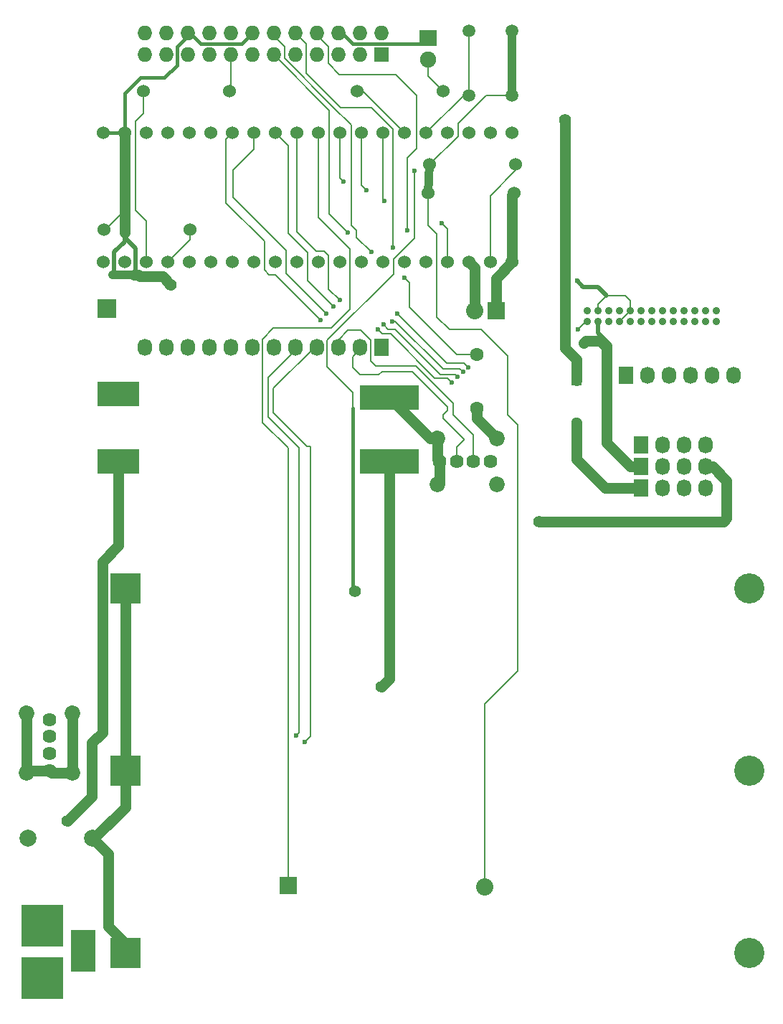
<source format=gbr>
G04 #@! TF.FileFunction,Copper,L2,Bot,Signal*
%FSLAX46Y46*%
G04 Gerber Fmt 4.6, Leading zero omitted, Abs format (unit mm)*
G04 Created by KiCad (PCBNEW 4.0.2+dfsg1-stable) date 2017年09月12日 18時24分26秒*
%MOMM*%
G01*
G04 APERTURE LIST*
%ADD10C,0.100000*%
%ADD11C,0.900000*%
%ADD12R,3.556000X3.556000*%
%ADD13C,3.556000*%
%ADD14R,2.000000X1.900000*%
%ADD15C,1.900000*%
%ADD16R,1.727200X2.032000*%
%ADD17O,1.727200X2.032000*%
%ADD18C,1.524000*%
%ADD19C,1.500000*%
%ADD20R,2.032000X2.032000*%
%ADD21O,2.032000X2.032000*%
%ADD22R,1.727200X1.727200*%
%ADD23O,1.727200X1.727200*%
%ADD24R,1.300000X1.300000*%
%ADD25C,1.300000*%
%ADD26R,2.999740X5.001260*%
%ADD27R,5.001260X5.001260*%
%ADD28R,2.235200X2.235200*%
%ADD29C,1.620000*%
%ADD30C,1.850000*%
%ADD31C,1.600200*%
%ADD32C,2.000000*%
%ADD33R,7.000000X3.000000*%
%ADD34R,5.000000X3.000000*%
%ADD35C,1.399540*%
%ADD36C,0.600000*%
%ADD37C,1.270000*%
%ADD38C,1.016000*%
%ADD39C,0.203200*%
%ADD40C,0.508000*%
%ADD41C,0.381000*%
G04 APERTURE END LIST*
D10*
D11*
X174665600Y-71719800D03*
X174665600Y-70449800D03*
X173395600Y-71719800D03*
X173395600Y-70449800D03*
X172125600Y-71719800D03*
X172125600Y-70449800D03*
X170855600Y-71719800D03*
X170855600Y-70449800D03*
X169585600Y-71719800D03*
X169585600Y-70449800D03*
X168315600Y-71719800D03*
X168315600Y-70449800D03*
X167045600Y-71719800D03*
X167045600Y-70449800D03*
X165775600Y-71719800D03*
X165775600Y-70449800D03*
X164505600Y-71719800D03*
X164505600Y-70449800D03*
X163235600Y-71719800D03*
X163235600Y-70449800D03*
X161965600Y-71719800D03*
X161965600Y-70449800D03*
X160695600Y-71719800D03*
X160695600Y-70449800D03*
X159425600Y-71719800D03*
X159425600Y-70449800D03*
D12*
X104875600Y-124744800D03*
D13*
X178535600Y-124744800D03*
D14*
X140629600Y-38318800D03*
D15*
X140629600Y-40858800D03*
D16*
X163997600Y-78069800D03*
D17*
X166537600Y-78069800D03*
X169077600Y-78069800D03*
X171617600Y-78069800D03*
X174157600Y-78069800D03*
X176697600Y-78069800D03*
D18*
X132247600Y-44541800D03*
X142407600Y-44541800D03*
X150789600Y-56606800D03*
X140629600Y-56606800D03*
X140832800Y-53177800D03*
X150992800Y-53177800D03*
D19*
X150535600Y-45049800D03*
X145455600Y-45049800D03*
X150535600Y-37429800D03*
X145455600Y-37429800D03*
D20*
X124085600Y-138244800D03*
D21*
X147273600Y-138460800D03*
D18*
X102275600Y-64734800D03*
X104815600Y-64734800D03*
X107355600Y-64734800D03*
X109895600Y-64734800D03*
X112435600Y-64734800D03*
X114975600Y-64734800D03*
X117515600Y-64734800D03*
X120055600Y-64734800D03*
X122595600Y-64734800D03*
X125135600Y-64734800D03*
X127675600Y-64734800D03*
X130215600Y-64734800D03*
X132755600Y-64734800D03*
X135295600Y-64734800D03*
X137835600Y-64734800D03*
X140375600Y-64734800D03*
X142915600Y-64734800D03*
X145455600Y-64734800D03*
X147995600Y-64734800D03*
X150535600Y-64734800D03*
X150535600Y-49494800D03*
X147995600Y-49494800D03*
X145455600Y-49494800D03*
X142915600Y-49494800D03*
X140375600Y-49494800D03*
X137835600Y-49494800D03*
X135295600Y-49494800D03*
X132755600Y-49494800D03*
X130215600Y-49494800D03*
X127675600Y-49494800D03*
X125135600Y-49494800D03*
X122595600Y-49494800D03*
X120055600Y-49494800D03*
X117515600Y-49494800D03*
X114975600Y-49494800D03*
X112435600Y-49494800D03*
X109895600Y-49494800D03*
X107355600Y-49494800D03*
X104815600Y-49494800D03*
X102275600Y-49494800D03*
D20*
X148630600Y-70449800D03*
D21*
X146090600Y-70449800D03*
D22*
X135085600Y-40244800D03*
D23*
X135085600Y-37704800D03*
X132545600Y-40244800D03*
X132545600Y-37704800D03*
X130005600Y-40244800D03*
X130005600Y-37704800D03*
X127465600Y-40244800D03*
X127465600Y-37704800D03*
X124925600Y-40244800D03*
X124925600Y-37704800D03*
X122385600Y-40244800D03*
X122385600Y-37704800D03*
X119845600Y-40244800D03*
X119845600Y-37704800D03*
X117305600Y-40244800D03*
X117305600Y-37704800D03*
X114765600Y-40244800D03*
X114765600Y-37704800D03*
X112225600Y-40244800D03*
X112225600Y-37704800D03*
X109685600Y-40244800D03*
X109685600Y-37704800D03*
X107145600Y-40244800D03*
X107145600Y-37704800D03*
D24*
X158155600Y-78704800D03*
D25*
X158155600Y-83704800D03*
D26*
X99886200Y-145993600D03*
D27*
X95034800Y-142993860D03*
X95085600Y-149244800D03*
D28*
X102656600Y-70246600D03*
D16*
X135085600Y-74744800D03*
D17*
X132545600Y-74744800D03*
X130005600Y-74744800D03*
X127465600Y-74744800D03*
X124925600Y-74744800D03*
X122385600Y-74744800D03*
X119845600Y-74744800D03*
X117305600Y-74744800D03*
X114765600Y-74744800D03*
X112225600Y-74744800D03*
X109685600Y-74744800D03*
X107145600Y-74744800D03*
D29*
X147995600Y-88229800D03*
X145995600Y-88229800D03*
X143995600Y-88229800D03*
D30*
X148725600Y-90949800D03*
D29*
X141995600Y-88229800D03*
D30*
X141725600Y-90949800D03*
X148725600Y-85509800D03*
X141725600Y-85509800D03*
D29*
X95925600Y-118709800D03*
X95925600Y-120709800D03*
X95925600Y-122709800D03*
D30*
X98645600Y-117979800D03*
D29*
X95925600Y-124709800D03*
D30*
X98645600Y-124979800D03*
X93205600Y-117979800D03*
X93205600Y-124979800D03*
D16*
X165775600Y-86324800D03*
D17*
X168315600Y-86324800D03*
X170855600Y-86324800D03*
X173395600Y-86324800D03*
D16*
X165775600Y-88864800D03*
D17*
X168315600Y-88864800D03*
X170855600Y-88864800D03*
X173395600Y-88864800D03*
D16*
X165775600Y-91404800D03*
D17*
X168315600Y-91404800D03*
X170855600Y-91404800D03*
X173395600Y-91404800D03*
D18*
X112511800Y-60874000D03*
X102351800Y-60874000D03*
X106974600Y-44541800D03*
X117134600Y-44541800D03*
D31*
X146395400Y-81981400D03*
X146395400Y-75631400D03*
D32*
X93395760Y-132679800D03*
X100995440Y-132679800D03*
D33*
X136085600Y-80744800D03*
X136085600Y-88244800D03*
D34*
X104085600Y-88244800D03*
X104085600Y-80244800D03*
D12*
X104875600Y-146244800D03*
D13*
X178535600Y-146244800D03*
D12*
X104875600Y-103244800D03*
D13*
X178535600Y-103244800D03*
D35*
X110251200Y-67401800D03*
D36*
X158206400Y-66944600D03*
D35*
X131993600Y-103596800D03*
D36*
X139029400Y-53914400D03*
X137835600Y-66563600D03*
X135422600Y-57495800D03*
X133339800Y-56225800D03*
X130672800Y-55235200D03*
X131155400Y-61255000D03*
X142229800Y-60162800D03*
X138191200Y-60975600D03*
X136514800Y-62982200D03*
X158282600Y-72659600D03*
X133924000Y-63541000D03*
D35*
X98059200Y-130647800D03*
X153786800Y-95341800D03*
D36*
X158993800Y-74310600D03*
D35*
X135117800Y-114849000D03*
X156809400Y-47920000D03*
D36*
X126024600Y-121376800D03*
X125008600Y-120614800D03*
X143423600Y-78958800D03*
X134686000Y-72659600D03*
X127904200Y-71542000D03*
X144058600Y-78222200D03*
X135346400Y-72075400D03*
X128615400Y-70830800D03*
X129428200Y-69992600D03*
X136413200Y-71694400D03*
X144744400Y-77688800D03*
X145354000Y-77130000D03*
X136997400Y-70830800D03*
X130241000Y-69205200D03*
D37*
X95925600Y-124709800D02*
X93475600Y-124709800D01*
X93475600Y-124709800D02*
X93205600Y-124979800D01*
X93205600Y-117979800D02*
X93205600Y-124979800D01*
X105882400Y-66258800D02*
X106390400Y-66258800D01*
X110251200Y-67376400D02*
X110251200Y-67401800D01*
X109311400Y-66436600D02*
X110251200Y-67376400D01*
X106568200Y-66436600D02*
X109311400Y-66436600D01*
X106390400Y-66258800D02*
X106568200Y-66436600D01*
D38*
X103367800Y-66258800D02*
X105882400Y-66258800D01*
X105882400Y-66258800D02*
X106009400Y-66258800D01*
X106009400Y-66258800D02*
X106085600Y-66182600D01*
D39*
X102351800Y-60874000D02*
X102555000Y-60874000D01*
X102555000Y-60874000D02*
X104815600Y-58613400D01*
D40*
X103367800Y-66081000D02*
X103367800Y-66258800D01*
X103571000Y-65877800D02*
X103367800Y-66081000D01*
X104815600Y-61813800D02*
X104815600Y-62296400D01*
X103571000Y-63541000D02*
X103571000Y-64709400D01*
X104815600Y-62296400D02*
X103571000Y-63541000D01*
X103571000Y-64709400D02*
X103571000Y-65877800D01*
X104815600Y-61813800D02*
X104815600Y-61813800D01*
X104815600Y-61813800D02*
X106111000Y-63109200D01*
X106111000Y-66157200D02*
X106085600Y-66182600D01*
X106111000Y-63109200D02*
X106111000Y-66157200D01*
X104815600Y-61813800D02*
X104815600Y-61204200D01*
D37*
X104815600Y-49494800D02*
X104815600Y-58613400D01*
X104815600Y-58613400D02*
X104815600Y-61204200D01*
X141725600Y-85509800D02*
X140850600Y-85509800D01*
X140850600Y-85509800D02*
X136085600Y-80744800D01*
X141995600Y-88229800D02*
X141995600Y-90679800D01*
X141995600Y-90679800D02*
X141725600Y-90949800D01*
X141725600Y-85509800D02*
X141725600Y-87959800D01*
X141725600Y-87959800D02*
X141995600Y-88229800D01*
X146395400Y-81981400D02*
X146395400Y-83179600D01*
X146395400Y-83179600D02*
X148725600Y-85509800D01*
X165775600Y-91404800D02*
X161533800Y-91404800D01*
X158155600Y-88026600D02*
X158155600Y-83704800D01*
X161533800Y-91404800D02*
X158155600Y-88026600D01*
X171617600Y-78069800D02*
X171617600Y-78323800D01*
D40*
X160670200Y-67681200D02*
X161711600Y-68722600D01*
X158943000Y-67681200D02*
X160670200Y-67681200D01*
X158206400Y-66944600D02*
X158943000Y-67681200D01*
D39*
X150992800Y-53177800D02*
X150992800Y-53863600D01*
X150992800Y-53863600D02*
X147995600Y-56911600D01*
X147995600Y-56911600D02*
X147995600Y-64734800D01*
D41*
X104815600Y-49494800D02*
X102275600Y-49494800D01*
X112225600Y-37704800D02*
X112225600Y-38046200D01*
X112225600Y-38046200D02*
X110962400Y-39309400D01*
X104815600Y-44846600D02*
X104815600Y-49494800D01*
X106695200Y-42967000D02*
X104815600Y-44846600D01*
X109463800Y-42967000D02*
X106695200Y-42967000D01*
X110962400Y-41468400D02*
X109463800Y-42967000D01*
X110962400Y-39309400D02*
X110962400Y-41468400D01*
D39*
X164505600Y-70449800D02*
X163235600Y-71719800D01*
X160695600Y-70449800D02*
X160695600Y-69738600D01*
X160695600Y-69738600D02*
X161711600Y-68722600D01*
X164505600Y-69306800D02*
X164505600Y-70449800D01*
X161711600Y-68722600D02*
X163921400Y-68722600D01*
X163921400Y-68722600D02*
X164505600Y-69306800D01*
D41*
X130005600Y-37704800D02*
X130490600Y-37704800D01*
X130490600Y-37704800D02*
X131765000Y-38979200D01*
X131765000Y-38979200D02*
X139969200Y-38979200D01*
X139969200Y-38979200D02*
X140629600Y-38318800D01*
X112225600Y-37704800D02*
X112532800Y-37704800D01*
X112532800Y-37704800D02*
X113807200Y-38979200D01*
X113807200Y-38979200D02*
X118571200Y-38979200D01*
X118571200Y-38979200D02*
X119845600Y-37704800D01*
D37*
X98645600Y-124979800D02*
X96195600Y-124979800D01*
X96195600Y-124979800D02*
X95925600Y-124709800D01*
X98645600Y-117979800D02*
X98645600Y-124979800D01*
D39*
X131739600Y-81956000D02*
X131739600Y-80076400D01*
X136540200Y-64404600D02*
X139054800Y-61890000D01*
X136540200Y-66131800D02*
X136540200Y-64404600D01*
X128717000Y-73955000D02*
X136540200Y-66131800D01*
X128717000Y-77053800D02*
X128717000Y-73955000D01*
X131739600Y-80076400D02*
X128717000Y-77053800D01*
D41*
X131739600Y-103342800D02*
X131739600Y-81956000D01*
X131993600Y-103596800D02*
X131739600Y-103342800D01*
D39*
X139054800Y-61890000D02*
X139054800Y-54701800D01*
X139054800Y-54701800D02*
X139029400Y-53914400D01*
D37*
X104875600Y-124744800D02*
X104875600Y-103244800D01*
X100995440Y-132679800D02*
X101208800Y-132679800D01*
X101208800Y-132679800D02*
X104875600Y-129013000D01*
X104875600Y-129013000D02*
X104875600Y-124744800D01*
X104875600Y-146244800D02*
X104875600Y-145109600D01*
X104875600Y-145109600D02*
X102834400Y-143068400D01*
X102834400Y-143068400D02*
X102834400Y-134518760D01*
X102834400Y-134518760D02*
X100995440Y-132679800D01*
D39*
X140629600Y-40858800D02*
X140629600Y-42763800D01*
X140629600Y-42763800D02*
X142407600Y-44541800D01*
X132247600Y-44541800D02*
X132882600Y-44541800D01*
X132882600Y-44541800D02*
X137835600Y-49494800D01*
X143144200Y-72685000D02*
X146903400Y-72685000D01*
X150027600Y-75809200D02*
X150027600Y-82768800D01*
X146903400Y-72685000D02*
X150027600Y-75809200D01*
X141645600Y-63769600D02*
X141645600Y-61382000D01*
X141645600Y-61382000D02*
X140629600Y-60366000D01*
X143144200Y-72685000D02*
X141645600Y-71186400D01*
X140629600Y-56606800D02*
X140629600Y-60366000D01*
X141645600Y-63769600D02*
X141645600Y-71186400D01*
X147273600Y-116891800D02*
X147273600Y-138460800D01*
X151170600Y-112994800D02*
X147273600Y-116891800D01*
X151170600Y-83911800D02*
X151170600Y-112994800D01*
X150027600Y-82768800D02*
X151170600Y-83911800D01*
X150535600Y-45049800D02*
X147487600Y-45049800D01*
X144185600Y-49875800D02*
X140832800Y-53177800D01*
X144185600Y-48351800D02*
X144185600Y-49875800D01*
X147487600Y-45049800D02*
X144185600Y-48351800D01*
D38*
X140832800Y-53177800D02*
X140629600Y-56606800D01*
X150535600Y-37429800D02*
X150535600Y-45049800D01*
D39*
X137835600Y-66563600D02*
X138419800Y-67147800D01*
X138419800Y-67147800D02*
X138419800Y-70043400D01*
X138419800Y-70043400D02*
X144007800Y-75631400D01*
X144007800Y-75631400D02*
X146395400Y-75631400D01*
X145455600Y-45049800D02*
X144820600Y-45049800D01*
X144820600Y-45049800D02*
X140375600Y-49494800D01*
X145455600Y-37429800D02*
X145455600Y-45049800D01*
X135295600Y-49494800D02*
X135295600Y-57368800D01*
X135295600Y-57368800D02*
X135422600Y-57495800D01*
X132755600Y-49494800D02*
X132755600Y-55641600D01*
X132755600Y-55641600D02*
X133339800Y-56225800D01*
X130215600Y-54778000D02*
X130215600Y-49494800D01*
X130672800Y-55235200D02*
X130215600Y-54778000D01*
X127675600Y-49494800D02*
X127675600Y-59451600D01*
X122367000Y-72532600D02*
X121071600Y-73828000D01*
X129174200Y-72532600D02*
X122367000Y-72532600D01*
X131384000Y-70322800D02*
X129174200Y-72532600D01*
X131384000Y-63160000D02*
X131384000Y-70322800D01*
X127675600Y-59451600D02*
X131384000Y-63160000D01*
X124085600Y-138244800D02*
X124085600Y-86671800D01*
X121071600Y-83657800D02*
X121071600Y-73828000D01*
X124085600Y-86671800D02*
X121071600Y-83657800D01*
X122385600Y-40244800D02*
X128971000Y-46830200D01*
X128971000Y-59070600D02*
X128971000Y-46830200D01*
X128971000Y-59070600D02*
X131155400Y-61255000D01*
X142915600Y-64734800D02*
X142915600Y-60848600D01*
X142915600Y-60848600D02*
X142229800Y-60162800D01*
X128818600Y-41087400D02*
X128818600Y-41290600D01*
X138191200Y-57724400D02*
X138191200Y-60975600D01*
X138191200Y-57724400D02*
X138191200Y-57724400D01*
X138191200Y-52390400D02*
X138191200Y-57724400D01*
X139283400Y-51298200D02*
X138191200Y-52390400D01*
X139283400Y-45075200D02*
X139283400Y-51298200D01*
X136794200Y-42586000D02*
X139283400Y-45075200D01*
X130114000Y-42586000D02*
X136794200Y-42586000D01*
X128818600Y-41290600D02*
X130114000Y-42586000D01*
X127465600Y-37704800D02*
X127465600Y-37981800D01*
X127465600Y-37981800D02*
X128818600Y-39334800D01*
X128818600Y-39334800D02*
X128818600Y-41087400D01*
X130279100Y-46484900D02*
X133962100Y-46484900D01*
X136489400Y-61636000D02*
X136514800Y-62982200D01*
X136489400Y-49012200D02*
X136489400Y-61636000D01*
X133962100Y-46484900D02*
X136489400Y-49012200D01*
X124925600Y-37704800D02*
X124928000Y-37704800D01*
X124928000Y-37704800D02*
X126227800Y-39004600D01*
X126227800Y-42433600D02*
X130279100Y-46484900D01*
X126227800Y-39004600D02*
X126227800Y-42433600D01*
X159425600Y-71719800D02*
X159222400Y-71719800D01*
X159222400Y-71719800D02*
X158282600Y-72659600D01*
X129275800Y-46294400D02*
X129301200Y-46294400D01*
X132171400Y-61788400D02*
X133924000Y-63541000D01*
X132171400Y-60975600D02*
X132171400Y-61788400D01*
X131561800Y-60366000D02*
X132171400Y-60975600D01*
X131561800Y-48555000D02*
X131561800Y-60366000D01*
X129301200Y-46294400D02*
X131561800Y-48555000D01*
X122385600Y-37704800D02*
X122385600Y-38032600D01*
X122385600Y-38032600D02*
X123662400Y-39309400D01*
X123662400Y-39309400D02*
X123662400Y-40681000D01*
X123662400Y-40681000D02*
X129275800Y-46294400D01*
X129275800Y-46294400D02*
X129301200Y-46319800D01*
D37*
X104085600Y-88244800D02*
X104085600Y-98154600D01*
X100929400Y-127777600D02*
X98059200Y-130647800D01*
X100929400Y-121453000D02*
X100929400Y-127777600D01*
X102174000Y-120208400D02*
X100929400Y-121453000D01*
X102174000Y-100066200D02*
X102174000Y-120208400D01*
X104085600Y-98154600D02*
X102174000Y-100066200D01*
X150535600Y-64734800D02*
X150535600Y-56860800D01*
X150535600Y-56860800D02*
X150789600Y-56606800D01*
X104085600Y-88244800D02*
X104699000Y-88244800D01*
X163870600Y-95341800D02*
X153786800Y-95341800D01*
X153786800Y-95341800D02*
X153761400Y-95367200D01*
X173395600Y-88864800D02*
X174233800Y-88864800D01*
X174233800Y-88864800D02*
X175884800Y-90515800D01*
X175503800Y-95341800D02*
X163870600Y-95341800D01*
X163870600Y-95341800D02*
X163845200Y-95341800D01*
X175884800Y-94960800D02*
X175503800Y-95341800D01*
X175884800Y-90515800D02*
X175884800Y-94960800D01*
X160924200Y-74031200D02*
X159273200Y-74031200D01*
X161711600Y-86045400D02*
X161711600Y-74818600D01*
X161711600Y-74818600D02*
X160924200Y-74031200D01*
X164531000Y-88864800D02*
X161711600Y-86045400D01*
X159273200Y-74031200D02*
X158993800Y-74310600D01*
X165775600Y-88864800D02*
X164531000Y-88864800D01*
D40*
X160695600Y-71719800D02*
X160695600Y-73116800D01*
X162118000Y-86451800D02*
X164531000Y-88864800D01*
X162118000Y-74539200D02*
X162118000Y-86451800D01*
X160695600Y-73116800D02*
X162118000Y-74539200D01*
D37*
X148630600Y-70449800D02*
X148630600Y-66639800D01*
X148630600Y-66639800D02*
X150535600Y-64734800D01*
D39*
X112511800Y-60874000D02*
X112511800Y-62118600D01*
X112511800Y-62118600D02*
X109895600Y-64734800D01*
D37*
X136085600Y-88244800D02*
X136085600Y-113881200D01*
X136085600Y-113881200D02*
X135117800Y-114849000D01*
X146090600Y-70449800D02*
X146090600Y-65369800D01*
X146090600Y-65369800D02*
X145455600Y-64734800D01*
X158155600Y-78704800D02*
X158155600Y-76215600D01*
X156809400Y-74869400D02*
X156809400Y-47920000D01*
X158155600Y-76215600D02*
X156809400Y-74869400D01*
D39*
X132545600Y-74744800D02*
X132545600Y-75079400D01*
X132545600Y-75079400D02*
X131714200Y-75910800D01*
X131714200Y-75910800D02*
X131714200Y-77155400D01*
X131714200Y-77155400D02*
X132577800Y-78019000D01*
X132577800Y-78019000D02*
X134813000Y-78019000D01*
X134813000Y-78019000D02*
X135168600Y-77663400D01*
X135168600Y-77663400D02*
X138800800Y-77663400D01*
X138800800Y-77663400D02*
X142941000Y-81803600D01*
X142941000Y-81803600D02*
X142941000Y-82210000D01*
X142941000Y-82210000D02*
X142382200Y-82768800D01*
X142382200Y-82768800D02*
X142382200Y-83200600D01*
X142382200Y-83200600D02*
X144820600Y-85639000D01*
X144820600Y-85639000D02*
X144820600Y-85715200D01*
X144820600Y-85715200D02*
X143995600Y-86540200D01*
X143995600Y-86540200D02*
X143995600Y-88229800D01*
X133822400Y-75758400D02*
X133822400Y-76368000D01*
X134457400Y-77003000D02*
X134711400Y-77003000D01*
X133822400Y-76368000D02*
X134457400Y-77003000D01*
X145995600Y-88229800D02*
X145995600Y-85137600D01*
X145995600Y-85137600D02*
X143601400Y-82743400D01*
X143601400Y-82743400D02*
X143601400Y-81397200D01*
X143601400Y-81397200D02*
X139207200Y-77003000D01*
X139207200Y-77003000D02*
X134711400Y-77003000D01*
X131180800Y-72786600D02*
X130005600Y-73961800D01*
X132679400Y-72786600D02*
X131180800Y-72786600D01*
X133822400Y-73929600D02*
X132679400Y-72786600D01*
X133822400Y-75758400D02*
X133822400Y-73929600D01*
X130005600Y-73961800D02*
X130005600Y-74744800D01*
X126735800Y-86477200D02*
X126329400Y-86477200D01*
X122316200Y-79644600D02*
X127216000Y-74744800D01*
X122316200Y-82464000D02*
X122316200Y-79644600D01*
X126329400Y-86477200D02*
X122316200Y-82464000D01*
X127216000Y-74744800D02*
X127465600Y-74744800D01*
X126735800Y-120665600D02*
X126735800Y-86477200D01*
X126024600Y-121376800D02*
X126735800Y-120665600D01*
X124925600Y-74744800D02*
X124925600Y-75142000D01*
X124925600Y-75142000D02*
X121732000Y-78335600D01*
X121732000Y-82972000D02*
X125415000Y-86655000D01*
X121732000Y-78335600D02*
X121732000Y-82972000D01*
X125415000Y-120208400D02*
X125415000Y-86655000D01*
X125008600Y-120614800D02*
X125415000Y-120208400D01*
X125415000Y-75234200D02*
X124925600Y-74744800D01*
X143423600Y-78958800D02*
X142890200Y-78425400D01*
X142890200Y-78425400D02*
X141417000Y-78425400D01*
X141417000Y-78425400D02*
X136184600Y-73193000D01*
X136184600Y-73193000D02*
X135219400Y-73193000D01*
X135219400Y-73193000D02*
X134686000Y-72659600D01*
X127904200Y-71542000D02*
X122595600Y-66233400D01*
X122595600Y-66233400D02*
X121859000Y-66233400D01*
X121859000Y-66233400D02*
X121300200Y-65674600D01*
X121300200Y-65674600D02*
X121300200Y-62271000D01*
X121300200Y-62271000D02*
X116779000Y-57749800D01*
X116779000Y-57749800D02*
X116779000Y-50231400D01*
X116779000Y-50231400D02*
X117515600Y-49494800D01*
X120055600Y-49494800D02*
X120055600Y-51399800D01*
X144033200Y-78222200D02*
X144058600Y-78222200D01*
X143804600Y-77993600D02*
X144033200Y-78222200D01*
X142077400Y-77993600D02*
X143804600Y-77993600D01*
X136718000Y-72634200D02*
X142077400Y-77993600D01*
X135905200Y-72634200D02*
X136718000Y-72634200D01*
X135346400Y-72075400D02*
X135905200Y-72634200D01*
X123865600Y-66081000D02*
X128615400Y-70830800D01*
X123865600Y-63312400D02*
X123865600Y-66081000D01*
X117617200Y-57064000D02*
X123865600Y-63312400D01*
X117617200Y-53838200D02*
X117617200Y-57064000D01*
X120055600Y-51399800D02*
X117617200Y-53838200D01*
X124119600Y-51018800D02*
X122595600Y-49494800D01*
X124119600Y-61356600D02*
X124119600Y-51018800D01*
X126380200Y-63617200D02*
X124119600Y-61356600D01*
X126380200Y-66944600D02*
X126380200Y-63617200D01*
X129428200Y-69992600D02*
X126380200Y-66944600D01*
X136768800Y-71694400D02*
X136413200Y-71694400D01*
X142407600Y-77333200D02*
X136768800Y-71694400D01*
X144388800Y-77333200D02*
X142407600Y-77333200D01*
X144744400Y-77688800D02*
X144388800Y-77333200D01*
X125135600Y-49494800D02*
X125135600Y-61128000D01*
X144896800Y-76672800D02*
X145354000Y-77130000D01*
X142839400Y-76672800D02*
X144896800Y-76672800D01*
X136997400Y-70830800D02*
X142839400Y-76672800D01*
X130190200Y-69205200D02*
X130241000Y-69205200D01*
X128894800Y-67909800D02*
X130190200Y-69205200D01*
X128894800Y-63972800D02*
X128894800Y-67909800D01*
X128361400Y-63439400D02*
X128894800Y-63972800D01*
X127447000Y-63439400D02*
X128361400Y-63439400D01*
X125135600Y-61128000D02*
X127447000Y-63439400D01*
X106974600Y-44541800D02*
X106974600Y-47208800D01*
X107355600Y-59908800D02*
X107355600Y-64734800D01*
X106085600Y-58638800D02*
X107355600Y-59908800D01*
X106085600Y-48097800D02*
X106085600Y-58638800D01*
X106974600Y-47208800D02*
X106085600Y-48097800D01*
X117305600Y-40244800D02*
X117305600Y-44370800D01*
X117305600Y-44370800D02*
X117134600Y-44541800D01*
M02*

</source>
